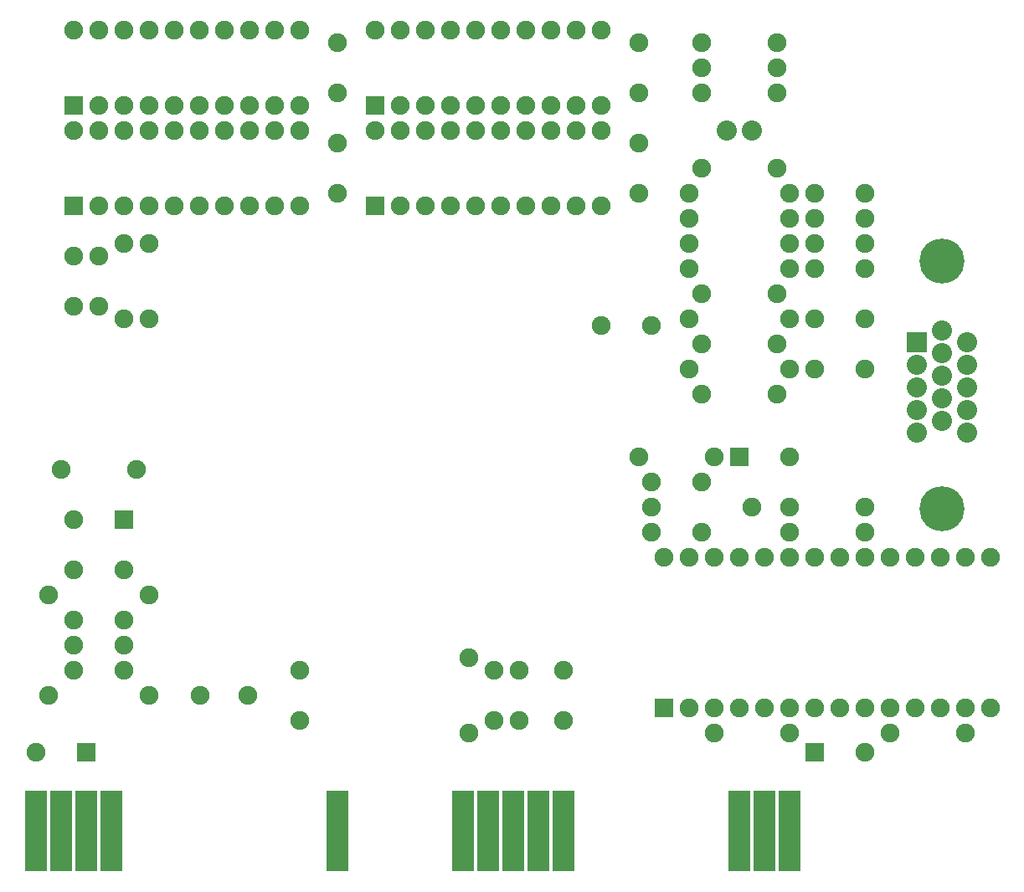
<source format=gbs>
G04 (created by PCBNEW-RS274X (2012-01-19 BZR 3256)-stable) date 3/15/2013 12:17:23 AM*
G01*
G70*
G90*
%MOIN*%
G04 Gerber Fmt 3.4, Leading zero omitted, Abs format*
%FSLAX34Y34*%
G04 APERTURE LIST*
%ADD10C,0.006000*%
%ADD11R,0.075000X0.075000*%
%ADD12C,0.075000*%
%ADD13R,0.090000X0.320000*%
%ADD14C,0.179400*%
%ADD15R,0.080000X0.080000*%
%ADD16C,0.080000*%
%ADD17O,0.080000X0.080000*%
G04 APERTURE END LIST*
G54D10*
G54D11*
X66000Y-46500D03*
G54D12*
X67000Y-46500D03*
X68000Y-46500D03*
X69000Y-46500D03*
X70000Y-46500D03*
X71000Y-46500D03*
X72000Y-46500D03*
X73000Y-46500D03*
X74000Y-46500D03*
X75000Y-46500D03*
X76000Y-46500D03*
X77000Y-46500D03*
X78000Y-46500D03*
X79000Y-46500D03*
X79000Y-40500D03*
X78000Y-40500D03*
X77000Y-40500D03*
X76000Y-40500D03*
X75000Y-40500D03*
X74000Y-40500D03*
X73000Y-40500D03*
X72000Y-40500D03*
X71000Y-40500D03*
X70000Y-40500D03*
X69000Y-40500D03*
X68000Y-40500D03*
X67000Y-40500D03*
X66000Y-40500D03*
X44500Y-31000D03*
X44500Y-28000D03*
X67500Y-21000D03*
X70500Y-21000D03*
X70500Y-25000D03*
X67500Y-25000D03*
X71000Y-47500D03*
X68000Y-47500D03*
X67500Y-22000D03*
X70500Y-22000D03*
X65000Y-36500D03*
X68000Y-36500D03*
X67500Y-30000D03*
X70500Y-30000D03*
X67500Y-32000D03*
X70500Y-32000D03*
X67500Y-34000D03*
X70500Y-34000D03*
X58250Y-47500D03*
X58250Y-44500D03*
X45500Y-31000D03*
X45500Y-28000D03*
X78000Y-47500D03*
X75000Y-47500D03*
X74000Y-38500D03*
X71000Y-38500D03*
X74000Y-39500D03*
X71000Y-39500D03*
X67500Y-20000D03*
X70500Y-20000D03*
X42000Y-37000D03*
X45000Y-37000D03*
G54D11*
X54500Y-22500D03*
G54D12*
X55500Y-22500D03*
X56500Y-22500D03*
X57500Y-22500D03*
X58500Y-22500D03*
X59500Y-22500D03*
X60500Y-22500D03*
X61500Y-22500D03*
X62500Y-22500D03*
X63500Y-22500D03*
X63500Y-19500D03*
X62500Y-19500D03*
X61500Y-19500D03*
X60500Y-19500D03*
X59500Y-19500D03*
X58500Y-19500D03*
X57500Y-19500D03*
X56500Y-19500D03*
X55500Y-19500D03*
X54500Y-19500D03*
G54D11*
X42500Y-22500D03*
G54D12*
X43500Y-22500D03*
X44500Y-22500D03*
X45500Y-22500D03*
X46500Y-22500D03*
X47500Y-22500D03*
X48500Y-22500D03*
X49500Y-22500D03*
X50500Y-22500D03*
X51500Y-22500D03*
X51500Y-19500D03*
X50500Y-19500D03*
X49500Y-19500D03*
X48500Y-19500D03*
X47500Y-19500D03*
X46500Y-19500D03*
X45500Y-19500D03*
X44500Y-19500D03*
X43500Y-19500D03*
X42500Y-19500D03*
G54D11*
X54500Y-26500D03*
G54D12*
X55500Y-26500D03*
X56500Y-26500D03*
X57500Y-26500D03*
X58500Y-26500D03*
X59500Y-26500D03*
X60500Y-26500D03*
X61500Y-26500D03*
X62500Y-26500D03*
X63500Y-26500D03*
X63500Y-23500D03*
X62500Y-23500D03*
X61500Y-23500D03*
X60500Y-23500D03*
X59500Y-23500D03*
X58500Y-23500D03*
X57500Y-23500D03*
X56500Y-23500D03*
X55500Y-23500D03*
X54500Y-23500D03*
G54D11*
X42500Y-26500D03*
G54D12*
X43500Y-26500D03*
X44500Y-26500D03*
X45500Y-26500D03*
X46500Y-26500D03*
X47500Y-26500D03*
X48500Y-26500D03*
X49500Y-26500D03*
X50500Y-26500D03*
X51500Y-26500D03*
X51500Y-23500D03*
X50500Y-23500D03*
X49500Y-23500D03*
X48500Y-23500D03*
X47500Y-23500D03*
X46500Y-23500D03*
X45500Y-23500D03*
X44500Y-23500D03*
X43500Y-23500D03*
X42500Y-23500D03*
G54D11*
X44500Y-39000D03*
G54D12*
X42500Y-39000D03*
X63500Y-31250D03*
X65500Y-31250D03*
X65500Y-39500D03*
X67500Y-39500D03*
X65000Y-26000D03*
X65000Y-24000D03*
X53000Y-26000D03*
X53000Y-24000D03*
X53000Y-22000D03*
X53000Y-20000D03*
X44500Y-41000D03*
X42500Y-41000D03*
X44500Y-43000D03*
X42500Y-43000D03*
X65500Y-37500D03*
X67500Y-37500D03*
X42500Y-45000D03*
X44500Y-45000D03*
X44500Y-44000D03*
X42500Y-44000D03*
X72000Y-28000D03*
X74000Y-28000D03*
X62000Y-45000D03*
X62000Y-47000D03*
X60250Y-45000D03*
X60250Y-47000D03*
X59250Y-45000D03*
X59250Y-47000D03*
X42500Y-28500D03*
X42500Y-30500D03*
X43500Y-28500D03*
X43500Y-30500D03*
X72000Y-29000D03*
X74000Y-29000D03*
X72000Y-33000D03*
X74000Y-33000D03*
G54D13*
X71000Y-51375D03*
X70000Y-51375D03*
X69000Y-51375D03*
X62000Y-51375D03*
X61000Y-51375D03*
X60000Y-51375D03*
X59000Y-51375D03*
X58000Y-51375D03*
X53000Y-51375D03*
X44000Y-51375D03*
X43000Y-51375D03*
X42000Y-51375D03*
X41000Y-51375D03*
G54D14*
X77073Y-38539D03*
X77073Y-28701D03*
G54D15*
X76073Y-31911D03*
G54D16*
X76073Y-32813D03*
X76073Y-33718D03*
X76073Y-34620D03*
X76073Y-35522D03*
X77073Y-34169D03*
X77073Y-33268D03*
X77073Y-32366D03*
X77073Y-31464D03*
X77073Y-35071D03*
X78073Y-31911D03*
X78073Y-32813D03*
X78073Y-33718D03*
X78073Y-34620D03*
X78073Y-35522D03*
G54D12*
X49461Y-46000D03*
X47539Y-46000D03*
X65000Y-22000D03*
X65000Y-20000D03*
X51500Y-45000D03*
X51500Y-47000D03*
G54D11*
X43000Y-48250D03*
G54D12*
X41000Y-48250D03*
G54D11*
X72000Y-48250D03*
G54D12*
X74000Y-48250D03*
G54D11*
X69000Y-36500D03*
G54D12*
X71000Y-36500D03*
X72000Y-31000D03*
X74000Y-31000D03*
X72000Y-26000D03*
X74000Y-26000D03*
X72000Y-27000D03*
X74000Y-27000D03*
G54D17*
X69500Y-23500D03*
G54D16*
X68500Y-23500D03*
G54D12*
X67000Y-29000D03*
X71000Y-29000D03*
X67000Y-31000D03*
X71000Y-31000D03*
X67000Y-33000D03*
X71000Y-33000D03*
X71000Y-26000D03*
X67000Y-26000D03*
X71000Y-27000D03*
X67000Y-27000D03*
X71000Y-28000D03*
X67000Y-28000D03*
X45500Y-42000D03*
X41500Y-42000D03*
X41500Y-46000D03*
X45500Y-46000D03*
X65500Y-38500D03*
X69500Y-38500D03*
M02*

</source>
